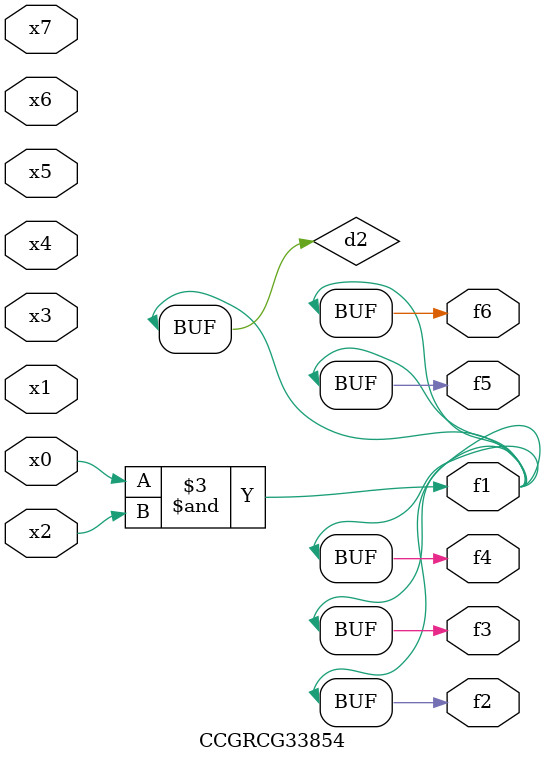
<source format=v>
module CCGRCG33854(
	input x0, x1, x2, x3, x4, x5, x6, x7,
	output f1, f2, f3, f4, f5, f6
);

	wire d1, d2;

	nor (d1, x3, x6);
	and (d2, x0, x2);
	assign f1 = d2;
	assign f2 = d2;
	assign f3 = d2;
	assign f4 = d2;
	assign f5 = d2;
	assign f6 = d2;
endmodule

</source>
